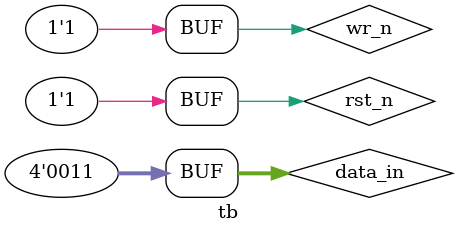
<source format=v>
`timescale 1ns / 1ps


module tb(

    );
    reg rst_n, wr_n;
    reg [3:0]data_in;
    wire [3:0]data_out;
    
    lat u0(.rst_n(rst_n), .data_in(data_in), .wr_n(wr_n), .data_out(data_out));
    
    initial begin
      rst_n = 1'b0;
      wr_n = 1'b1;
      data_in = 4'b1111;
      #1000;
      rst_n = 1'b1;
      #5;
      wr_n = 1'b0;
      data_in = 4'b1010;
      #5;
      wr_n = 1'b1;
      #5;
      data_in = 4'b0011;
    end
    
endmodule

</source>
